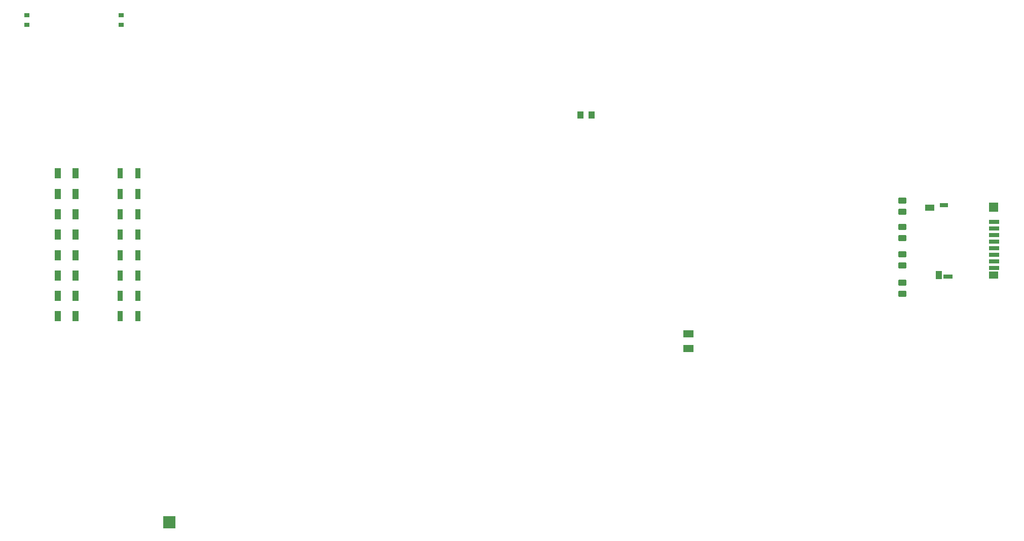
<source format=gbr>
G04*
G04 #@! TF.GenerationSoftware,Altium Limited,Altium Designer,22.4.2 (48)*
G04*
G04 Layer_Color=8421504*
%FSLAX25Y25*%
%MOIN*%
G70*
G04*
G04 #@! TF.SameCoordinates,08344E4B-EA76-4565-9D62-395010ACA534*
G04*
G04*
G04 #@! TF.FilePolarity,Positive*
G04*
G01*
G75*
%ADD14R,0.06102X0.03937*%
%ADD15R,0.05512X0.03150*%
%ADD16R,0.03937X0.05709*%
%ADD17R,0.05906X0.03150*%
%ADD18R,0.06890X0.03150*%
%ADD19R,0.05906X0.05906*%
%ADD20R,0.05906X0.05118*%
%ADD21R,0.04331X0.05118*%
%ADD22R,0.07874X0.07874*%
%ADD23R,0.03543X0.02756*%
%ADD24R,0.03819X0.06811*%
%ADD25R,0.03976X0.06811*%
G04:AMPARAMS|DCode=26|XSize=39.37mil|YSize=55.91mil|CornerRadius=4.92mil|HoleSize=0mil|Usage=FLASHONLY|Rotation=90.000|XOffset=0mil|YOffset=0mil|HoleType=Round|Shape=RoundedRectangle|*
%AMROUNDEDRECTD26*
21,1,0.03937,0.04606,0,0,90.0*
21,1,0.02953,0.05591,0,0,90.0*
1,1,0.00984,0.02303,0.01476*
1,1,0.00984,0.02303,-0.01476*
1,1,0.00984,-0.02303,-0.01476*
1,1,0.00984,-0.02303,0.01476*
%
%ADD26ROUNDEDRECTD26*%
%ADD27R,0.07165X0.04567*%
D14*
X695453Y357425D02*
D03*
D15*
X705000Y359000D02*
D03*
D16*
X701653Y313232D02*
D03*
D17*
X707559Y311953D02*
D03*
D18*
X737972Y347976D02*
D03*
Y343646D02*
D03*
Y339315D02*
D03*
Y334984D02*
D03*
Y330654D02*
D03*
Y326323D02*
D03*
Y321992D02*
D03*
Y317661D02*
D03*
D19*
X737480Y357622D02*
D03*
D20*
Y312937D02*
D03*
D21*
X465760Y418500D02*
D03*
X473240D02*
D03*
D22*
X195500Y150500D02*
D03*
D23*
X164000Y477850D02*
D03*
Y484150D02*
D03*
X102000Y477850D02*
D03*
Y484150D02*
D03*
D24*
X174827Y339657D02*
D03*
X163173D02*
D03*
X174827Y380000D02*
D03*
X163173D02*
D03*
X174827Y366500D02*
D03*
X163173D02*
D03*
X174827Y285972D02*
D03*
X163173D02*
D03*
X174827Y299394D02*
D03*
X163173D02*
D03*
X174827Y312815D02*
D03*
X163173D02*
D03*
X174827Y326232D02*
D03*
X163173D02*
D03*
X174827Y353075D02*
D03*
X163173D02*
D03*
D25*
X133945Y285972D02*
D03*
X122055D02*
D03*
X133945Y299393D02*
D03*
X122055D02*
D03*
X133945Y312815D02*
D03*
X122055D02*
D03*
X133945Y326232D02*
D03*
X122055D02*
D03*
X133945Y339657D02*
D03*
X122055D02*
D03*
X133945Y353075D02*
D03*
X122055D02*
D03*
X133945Y366500D02*
D03*
X122055D02*
D03*
X133945Y380000D02*
D03*
X122055D02*
D03*
D26*
X677500Y300819D02*
D03*
Y308181D02*
D03*
Y319319D02*
D03*
Y326681D02*
D03*
Y337319D02*
D03*
Y344681D02*
D03*
Y354819D02*
D03*
Y362181D02*
D03*
D27*
X537000Y264658D02*
D03*
Y274342D02*
D03*
M02*

</source>
